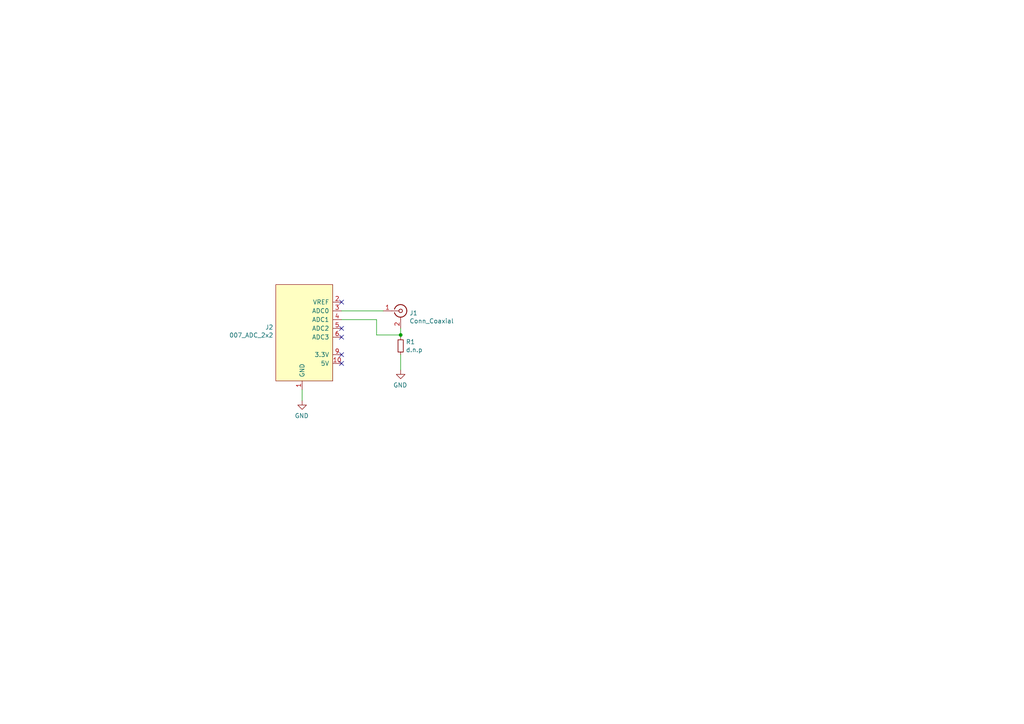
<source format=kicad_sch>
(kicad_sch (version 20211123) (generator eeschema)

  (uuid 2d6718e7-f18d-444d-9792-ddf1a113460c)

  (paper "A4")

  (lib_symbols
    (symbol "Connector:Conn_Coaxial" (pin_names (offset 1.016) hide) (in_bom yes) (on_board yes)
      (property "Reference" "J" (id 0) (at 0.254 3.048 0)
        (effects (font (size 1.27 1.27)))
      )
      (property "Value" "Conn_Coaxial" (id 1) (at 2.921 0 90)
        (effects (font (size 1.27 1.27)))
      )
      (property "Footprint" "" (id 2) (at 0 0 0)
        (effects (font (size 1.27 1.27)) hide)
      )
      (property "Datasheet" " ~" (id 3) (at 0 0 0)
        (effects (font (size 1.27 1.27)) hide)
      )
      (property "ki_keywords" "BNC SMA SMB SMC LEMO coaxial connector CINCH RCA" (id 4) (at 0 0 0)
        (effects (font (size 1.27 1.27)) hide)
      )
      (property "ki_description" "coaxial connector (BNC, SMA, SMB, SMC, Cinch/RCA, LEMO, ...)" (id 5) (at 0 0 0)
        (effects (font (size 1.27 1.27)) hide)
      )
      (property "ki_fp_filters" "*BNC* *SMA* *SMB* *SMC* *Cinch* *LEMO*" (id 6) (at 0 0 0)
        (effects (font (size 1.27 1.27)) hide)
      )
      (symbol "Conn_Coaxial_0_1"
        (arc (start -1.778 -0.508) (mid 0.222 -1.808) (end 1.778 0)
          (stroke (width 0.254) (type default) (color 0 0 0 0))
          (fill (type none))
        )
        (polyline
          (pts
            (xy -2.54 0)
            (xy -0.508 0)
          )
          (stroke (width 0) (type default) (color 0 0 0 0))
          (fill (type none))
        )
        (polyline
          (pts
            (xy 0 -2.54)
            (xy 0 -1.778)
          )
          (stroke (width 0) (type default) (color 0 0 0 0))
          (fill (type none))
        )
        (circle (center 0 0) (radius 0.508)
          (stroke (width 0.2032) (type default) (color 0 0 0 0))
          (fill (type none))
        )
        (arc (start 1.778 0) (mid 0.2221 1.8083) (end -1.778 0.508)
          (stroke (width 0.254) (type default) (color 0 0 0 0))
          (fill (type none))
        )
      )
      (symbol "Conn_Coaxial_1_1"
        (pin passive line (at -5.08 0 0) (length 2.54)
          (name "In" (effects (font (size 1.27 1.27))))
          (number "1" (effects (font (size 1.27 1.27))))
        )
        (pin passive line (at 0 -5.08 90) (length 2.54)
          (name "Ext" (effects (font (size 1.27 1.27))))
          (number "2" (effects (font (size 1.27 1.27))))
        )
      )
    )
    (symbol "Device:R_Small" (pin_numbers hide) (pin_names (offset 0.254) hide) (in_bom yes) (on_board yes)
      (property "Reference" "R" (id 0) (at 0.762 0.508 0)
        (effects (font (size 1.27 1.27)) (justify left))
      )
      (property "Value" "R_Small" (id 1) (at 0.762 -1.016 0)
        (effects (font (size 1.27 1.27)) (justify left))
      )
      (property "Footprint" "" (id 2) (at 0 0 0)
        (effects (font (size 1.27 1.27)) hide)
      )
      (property "Datasheet" "~" (id 3) (at 0 0 0)
        (effects (font (size 1.27 1.27)) hide)
      )
      (property "ki_keywords" "R resistor" (id 4) (at 0 0 0)
        (effects (font (size 1.27 1.27)) hide)
      )
      (property "ki_description" "Resistor, small symbol" (id 5) (at 0 0 0)
        (effects (font (size 1.27 1.27)) hide)
      )
      (property "ki_fp_filters" "R_*" (id 6) (at 0 0 0)
        (effects (font (size 1.27 1.27)) hide)
      )
      (symbol "R_Small_0_1"
        (rectangle (start -0.762 1.778) (end 0.762 -1.778)
          (stroke (width 0.2032) (type default) (color 0 0 0 0))
          (fill (type none))
        )
      )
      (symbol "R_Small_1_1"
        (pin passive line (at 0 2.54 270) (length 0.762)
          (name "~" (effects (font (size 1.27 1.27))))
          (number "1" (effects (font (size 1.27 1.27))))
        )
        (pin passive line (at 0 -2.54 90) (length 0.762)
          (name "~" (effects (font (size 1.27 1.27))))
          (number "2" (effects (font (size 1.27 1.27))))
        )
      )
    )
    (symbol "power:GND" (power) (pin_names (offset 0)) (in_bom yes) (on_board yes)
      (property "Reference" "#PWR" (id 0) (at 0 -6.35 0)
        (effects (font (size 1.27 1.27)) hide)
      )
      (property "Value" "GND" (id 1) (at 0 -3.81 0)
        (effects (font (size 1.27 1.27)))
      )
      (property "Footprint" "" (id 2) (at 0 0 0)
        (effects (font (size 1.27 1.27)) hide)
      )
      (property "Datasheet" "" (id 3) (at 0 0 0)
        (effects (font (size 1.27 1.27)) hide)
      )
      (property "ki_keywords" "power-flag" (id 4) (at 0 0 0)
        (effects (font (size 1.27 1.27)) hide)
      )
      (property "ki_description" "Power symbol creates a global label with name \"GND\" , ground" (id 5) (at 0 0 0)
        (effects (font (size 1.27 1.27)) hide)
      )
      (symbol "GND_0_1"
        (polyline
          (pts
            (xy 0 0)
            (xy 0 -1.27)
            (xy 1.27 -1.27)
            (xy 0 -2.54)
            (xy -1.27 -1.27)
            (xy 0 -1.27)
          )
          (stroke (width 0) (type default) (color 0 0 0 0))
          (fill (type none))
        )
      )
      (symbol "GND_1_1"
        (pin power_in line (at 0 0 270) (length 0) hide
          (name "GND" (effects (font (size 1.27 1.27))))
          (number "1" (effects (font (size 1.27 1.27))))
        )
      )
    )
    (symbol "put_on_edge:007_ADC" (pin_names (offset 1.016)) (in_bom yes) (on_board yes)
      (property "Reference" "J" (id 0) (at -2.54 13.97 0)
        (effects (font (size 1.27 1.27)))
      )
      (property "Value" "007_ADC" (id 1) (at 8.89 13.97 0)
        (effects (font (size 1.27 1.27)))
      )
      (property "Footprint" "" (id 2) (at 7.62 16.51 0)
        (effects (font (size 1.27 1.27)) hide)
      )
      (property "Datasheet" "" (id 3) (at 7.62 16.51 0)
        (effects (font (size 1.27 1.27)) hide)
      )
      (symbol "007_ADC_0_1"
        (rectangle (start -8.89 12.7) (end 7.62 -15.24)
          (stroke (width 0) (type default) (color 0 0 0 0))
          (fill (type background))
        )
      )
      (symbol "007_ADC_1_1"
        (pin power_in line (at 0 -17.78 90) (length 2.54)
          (name "GND" (effects (font (size 1.27 1.27))))
          (number "1" (effects (font (size 1.27 1.27))))
        )
        (pin bidirectional line (at -11.43 -10.16 0) (length 2.54)
          (name "5V" (effects (font (size 1.27 1.27))))
          (number "10" (effects (font (size 1.27 1.27))))
        )
        (pin bidirectional line (at -11.43 7.62 0) (length 2.54)
          (name "VREF" (effects (font (size 1.27 1.27))))
          (number "2" (effects (font (size 1.27 1.27))))
        )
        (pin power_in line (at -11.43 5.08 0) (length 2.54)
          (name "ADC0" (effects (font (size 1.27 1.27))))
          (number "3" (effects (font (size 1.27 1.27))))
        )
        (pin bidirectional line (at -11.43 2.54 0) (length 2.54)
          (name "ADC1" (effects (font (size 1.27 1.27))))
          (number "4" (effects (font (size 1.27 1.27))))
        )
        (pin bidirectional line (at -11.43 0 0) (length 2.54)
          (name "ADC2" (effects (font (size 1.27 1.27))))
          (number "5" (effects (font (size 1.27 1.27))))
        )
        (pin bidirectional line (at -11.43 -2.54 0) (length 2.54)
          (name "ADC3" (effects (font (size 1.27 1.27))))
          (number "6" (effects (font (size 1.27 1.27))))
        )
        (pin bidirectional line (at -11.43 -7.62 0) (length 2.54)
          (name "3.3V" (effects (font (size 1.27 1.27))))
          (number "9" (effects (font (size 1.27 1.27))))
        )
      )
    )
  )

  (junction (at 116.205 97.155) (diameter 0) (color 0 0 0 0)
    (uuid c264c438-a475-4ad4-9915-0f1e6ecf3053)
  )

  (no_connect (at 99.06 95.25) (uuid 4831966c-bb32-4bc8-a400-0382a02ffa1c))
  (no_connect (at 99.06 102.87) (uuid 4d4b0fcd-2c79-4fc3-b5fa-7a0741601344))
  (no_connect (at 99.06 105.41) (uuid 9762c9ed-64d8-4f3e-baf6-f6ba6effc919))
  (no_connect (at 99.06 97.79) (uuid e25ce415-914a-48fe-bf09-324317917b2e))
  (no_connect (at 99.06 87.63) (uuid ebadd2a5-21ab-4a7e-b5bc-6f737367e560))

  (wire (pts (xy 109.22 97.155) (xy 116.205 97.155))
    (stroke (width 0) (type default) (color 0 0 0 0))
    (uuid 2bf3f24b-fd30-41a7-a274-9b519491916b)
  )
  (wire (pts (xy 87.63 113.03) (xy 87.63 116.205))
    (stroke (width 0) (type default) (color 0 0 0 0))
    (uuid 2f3deced-880d-4075-a81b-95c62da5b94d)
  )
  (wire (pts (xy 99.06 92.71) (xy 109.22 92.71))
    (stroke (width 0) (type default) (color 0 0 0 0))
    (uuid 5740c959-93d8-47fd-8f68-62f0109e753d)
  )
  (wire (pts (xy 116.205 97.79) (xy 116.205 97.155))
    (stroke (width 0) (type default) (color 0 0 0 0))
    (uuid a9ec539a-d80d-40cc-803c-12b6adefe42a)
  )
  (wire (pts (xy 99.06 90.17) (xy 111.125 90.17))
    (stroke (width 0) (type default) (color 0 0 0 0))
    (uuid b6bcc3cf-50de-4a33-bc41-678825c1ecf2)
  )
  (wire (pts (xy 109.22 92.71) (xy 109.22 97.155))
    (stroke (width 0) (type default) (color 0 0 0 0))
    (uuid c3c93de0-69b1-4a04-8e0b-d78caf487c63)
  )
  (wire (pts (xy 116.205 107.315) (xy 116.205 102.87))
    (stroke (width 0) (type default) (color 0 0 0 0))
    (uuid ef1b4b98-541b-4673-a04f-2043250fc40a)
  )
  (wire (pts (xy 116.205 97.155) (xy 116.205 95.25))
    (stroke (width 0) (type default) (color 0 0 0 0))
    (uuid f9865a9f-edb8-49c7-828f-4896e1f3047a)
  )

  (symbol (lib_id "Connector:Conn_Coaxial") (at 116.205 90.17 0) (unit 1)
    (in_bom yes) (on_board yes)
    (uuid 00000000-0000-0000-0000-00006033f336)
    (property "Reference" "J1" (id 0) (at 118.745 90.805 0)
      (effects (font (size 1.27 1.27)) (justify left))
    )
    (property "Value" "Conn_Coaxial" (id 1) (at 118.745 93.1164 0)
      (effects (font (size 1.27 1.27)) (justify left))
    )
    (property "Footprint" "Connector_Coaxial:SMA_Molex_73251-1153_EdgeMount_Horizontal" (id 2) (at 116.205 90.17 0)
      (effects (font (size 1.27 1.27)) hide)
    )
    (property "Datasheet" " ~" (id 3) (at 116.205 90.17 0)
      (effects (font (size 1.27 1.27)) hide)
    )
    (pin "1" (uuid ea14ac24-0372-4815-bd16-c0dde1c97140))
    (pin "2" (uuid d2f3d0a3-fc75-47a7-9c7a-e6abf684176c))
  )

  (symbol (lib_id "Device:R_Small") (at 116.205 100.33 0) (unit 1)
    (in_bom yes) (on_board yes)
    (uuid 00000000-0000-0000-0000-0000603401d4)
    (property "Reference" "R1" (id 0) (at 117.7036 99.1616 0)
      (effects (font (size 1.27 1.27)) (justify left))
    )
    (property "Value" "d.n.p" (id 1) (at 117.7036 101.473 0)
      (effects (font (size 1.27 1.27)) (justify left))
    )
    (property "Footprint" "Resistor_SMD:R_0603_1608Metric" (id 2) (at 116.205 100.33 0)
      (effects (font (size 1.27 1.27)) hide)
    )
    (property "Datasheet" "~" (id 3) (at 116.205 100.33 0)
      (effects (font (size 1.27 1.27)) hide)
    )
    (pin "1" (uuid 4ad3c8fe-babf-46b1-8031-25e146ebf531))
    (pin "2" (uuid b66d4b80-0eca-471d-874d-4f9a0a2b21f6))
  )

  (symbol (lib_id "power:GND") (at 116.205 107.315 0) (mirror y) (unit 1)
    (in_bom yes) (on_board yes)
    (uuid 00000000-0000-0000-0000-00006034079d)
    (property "Reference" "#PWR0101" (id 0) (at 116.205 113.665 0)
      (effects (font (size 1.27 1.27)) hide)
    )
    (property "Value" "GND" (id 1) (at 116.078 111.7092 0))
    (property "Footprint" "" (id 2) (at 116.205 107.315 0)
      (effects (font (size 1.27 1.27)) hide)
    )
    (property "Datasheet" "" (id 3) (at 116.205 107.315 0)
      (effects (font (size 1.27 1.27)) hide)
    )
    (pin "1" (uuid dec4d3fc-195f-4fe6-8426-ee50c5533d53))
  )

  (symbol (lib_id "put_on_edge:007_ADC") (at 87.63 95.25 0) (mirror y) (unit 1)
    (in_bom yes) (on_board yes)
    (uuid 00000000-0000-0000-0000-00006034b92f)
    (property "Reference" "J2" (id 0) (at 79.2988 94.9198 0)
      (effects (font (size 1.27 1.27)) (justify left))
    )
    (property "Value" "007_ADC_2x2" (id 1) (at 79.2988 97.2312 0)
      (effects (font (size 1.27 1.27)) (justify left))
    )
    (property "Footprint" "on_edge:on_edge_2x05_device" (id 2) (at 80.01 78.74 0)
      (effects (font (size 1.27 1.27)) hide)
    )
    (property "Datasheet" "" (id 3) (at 80.01 78.74 0)
      (effects (font (size 1.27 1.27)) hide)
    )
    (pin "1" (uuid 11ff9cea-7261-462b-9bc9-d1b9ee577a55))
    (pin "10" (uuid 61fe5f8a-94d3-4f23-a116-2eecfa515055))
    (pin "2" (uuid a85413f7-648f-43d4-96e6-aa0aafc4278b))
    (pin "3" (uuid 5cee52be-248c-4dde-bcbc-c6d2eee781a0))
    (pin "4" (uuid 4b40531e-92df-48e1-bbd9-7b9dbf470753))
    (pin "5" (uuid 3362f91b-9d0a-4c86-be75-ccab9fddbb2a))
    (pin "6" (uuid 0b450687-2438-4ed4-8726-99d6d06f993e))
    (pin "9" (uuid 2f53b433-fd57-4d6f-92af-a564f2d06210))
  )

  (symbol (lib_id "power:GND") (at 87.63 116.205 0) (mirror y) (unit 1)
    (in_bom yes) (on_board yes)
    (uuid 00000000-0000-0000-0000-00006034e58c)
    (property "Reference" "#PWR0112" (id 0) (at 87.63 122.555 0)
      (effects (font (size 1.27 1.27)) hide)
    )
    (property "Value" "GND" (id 1) (at 87.503 120.5992 0))
    (property "Footprint" "" (id 2) (at 87.63 116.205 0)
      (effects (font (size 1.27 1.27)) hide)
    )
    (property "Datasheet" "" (id 3) (at 87.63 116.205 0)
      (effects (font (size 1.27 1.27)) hide)
    )
    (pin "1" (uuid f9e96d76-0602-40be-a830-2dc8319a1310))
  )

  (sheet_instances
    (path "/" (page "1"))
  )

  (symbol_instances
    (path "/00000000-0000-0000-0000-00006034079d"
      (reference "#PWR0101") (unit 1) (value "GND") (footprint "")
    )
    (path "/00000000-0000-0000-0000-00006034e58c"
      (reference "#PWR0112") (unit 1) (value "GND") (footprint "")
    )
    (path "/00000000-0000-0000-0000-00006033f336"
      (reference "J1") (unit 1) (value "Conn_Coaxial") (footprint "Connector_Coaxial:SMA_Molex_73251-1153_EdgeMount_Horizontal")
    )
    (path "/00000000-0000-0000-0000-00006034b92f"
      (reference "J2") (unit 1) (value "007_ADC_2x2") (footprint "on_edge:on_edge_2x05_device")
    )
    (path "/00000000-0000-0000-0000-0000603401d4"
      (reference "R1") (unit 1) (value "d.n.p") (footprint "Resistor_SMD:R_0603_1608Metric")
    )
  )
)

</source>
